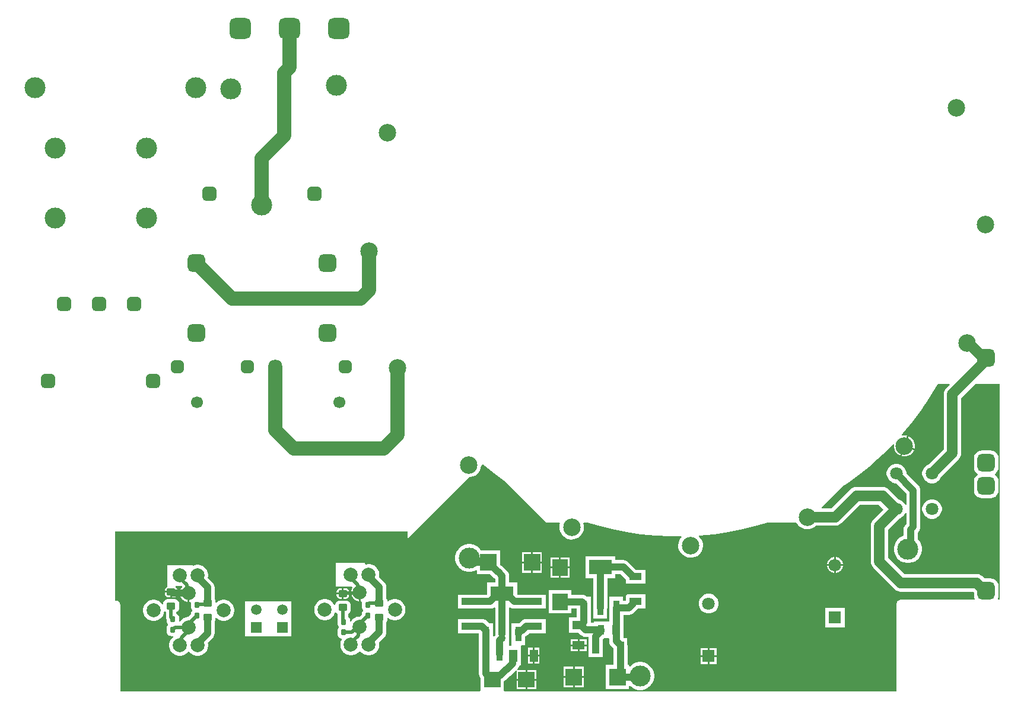
<source format=gtl>
G04*
G04 #@! TF.GenerationSoftware,Altium Limited,Altium Designer,22.4.2 (48)*
G04*
G04 Layer_Physical_Order=1*
G04 Layer_Color=255*
%FSLAX25Y25*%
%MOIN*%
G70*
G04*
G04 #@! TF.SameCoordinates,1553F913-36A2-4817-89BD-39564314B52C*
G04*
G04*
G04 #@! TF.FilePolarity,Positive*
G04*
G01*
G75*
G04:AMPARAMS|DCode=42|XSize=39.37mil|YSize=49.21mil|CornerRadius=9.84mil|HoleSize=0mil|Usage=FLASHONLY|Rotation=90.000|XOffset=0mil|YOffset=0mil|HoleType=Round|Shape=RoundedRectangle|*
%AMROUNDEDRECTD42*
21,1,0.03937,0.02953,0,0,90.0*
21,1,0.01968,0.04921,0,0,90.0*
1,1,0.01968,0.01476,0.00984*
1,1,0.01968,0.01476,-0.00984*
1,1,0.01968,-0.01476,-0.00984*
1,1,0.01968,-0.01476,0.00984*
%
%ADD42ROUNDEDRECTD42*%
G04:AMPARAMS|DCode=43|XSize=31.5mil|YSize=29.53mil|CornerRadius=7.38mil|HoleSize=0mil|Usage=FLASHONLY|Rotation=90.000|XOffset=0mil|YOffset=0mil|HoleType=Round|Shape=RoundedRectangle|*
%AMROUNDEDRECTD43*
21,1,0.03150,0.01476,0,0,90.0*
21,1,0.01673,0.02953,0,0,90.0*
1,1,0.01476,0.00738,0.00837*
1,1,0.01476,0.00738,-0.00837*
1,1,0.01476,-0.00738,-0.00837*
1,1,0.01476,-0.00738,0.00837*
%
%ADD43ROUNDEDRECTD43*%
%ADD44R,0.09252X0.09646*%
%ADD45R,0.03740X0.08465*%
%ADD46R,0.12795X0.08465*%
%ADD47R,0.03740X0.05512*%
%ADD48R,0.03937X0.06890*%
%ADD49R,0.07087X0.04528*%
%ADD50R,0.06890X0.03937*%
%ADD51R,0.04528X0.07087*%
%ADD52R,0.08858X0.09252*%
%ADD53R,0.09252X0.08858*%
%ADD54C,0.03937*%
%ADD55C,0.01968*%
%ADD56C,0.07874*%
%ADD57C,0.05906*%
G04:AMPARAMS|DCode=58|XSize=78.74mil|YSize=78.74mil|CornerRadius=19.68mil|HoleSize=0mil|Usage=FLASHONLY|Rotation=0.000|XOffset=0mil|YOffset=0mil|HoleType=Round|Shape=RoundedRectangle|*
%AMROUNDEDRECTD58*
21,1,0.07874,0.03937,0,0,0.0*
21,1,0.03937,0.07874,0,0,0.0*
1,1,0.03937,0.01968,-0.01968*
1,1,0.03937,-0.01968,-0.01968*
1,1,0.03937,-0.01968,0.01968*
1,1,0.03937,0.01968,0.01968*
%
%ADD58ROUNDEDRECTD58*%
G04:AMPARAMS|DCode=59|XSize=98.43mil|YSize=98.43mil|CornerRadius=24.61mil|HoleSize=0mil|Usage=FLASHONLY|Rotation=90.000|XOffset=0mil|YOffset=0mil|HoleType=Round|Shape=RoundedRectangle|*
%AMROUNDEDRECTD59*
21,1,0.09843,0.04921,0,0,90.0*
21,1,0.04921,0.09843,0,0,90.0*
1,1,0.04921,0.02461,0.02461*
1,1,0.04921,0.02461,-0.02461*
1,1,0.04921,-0.02461,-0.02461*
1,1,0.04921,-0.02461,0.02461*
%
%ADD59ROUNDEDRECTD59*%
%ADD60R,0.07087X0.07087*%
%ADD61C,0.07087*%
%ADD62C,0.09843*%
G04:AMPARAMS|DCode=63|XSize=70.87mil|YSize=70.87mil|CornerRadius=17.72mil|HoleSize=0mil|Usage=FLASHONLY|Rotation=0.000|XOffset=0mil|YOffset=0mil|HoleType=Round|Shape=RoundedRectangle|*
%AMROUNDEDRECTD63*
21,1,0.07087,0.03543,0,0,0.0*
21,1,0.03543,0.07087,0,0,0.0*
1,1,0.03543,0.01772,-0.01772*
1,1,0.03543,-0.01772,-0.01772*
1,1,0.03543,-0.01772,0.01772*
1,1,0.03543,0.01772,0.01772*
%
%ADD63ROUNDEDRECTD63*%
G04:AMPARAMS|DCode=64|XSize=98.43mil|YSize=98.43mil|CornerRadius=24.61mil|HoleSize=0mil|Usage=FLASHONLY|Rotation=0.000|XOffset=0mil|YOffset=0mil|HoleType=Round|Shape=RoundedRectangle|*
%AMROUNDEDRECTD64*
21,1,0.09843,0.04921,0,0,0.0*
21,1,0.04921,0.09843,0,0,0.0*
1,1,0.04921,0.02461,-0.02461*
1,1,0.04921,-0.02461,-0.02461*
1,1,0.04921,-0.02461,0.02461*
1,1,0.04921,0.02461,0.02461*
%
%ADD64ROUNDEDRECTD64*%
%ADD65C,0.07874*%
%ADD66C,0.11811*%
%ADD67R,0.05906X0.05906*%
%ADD68C,0.05906*%
G04:AMPARAMS|DCode=69|XSize=118.11mil|YSize=118.11mil|CornerRadius=29.53mil|HoleSize=0mil|Usage=FLASHONLY|Rotation=0.000|XOffset=0mil|YOffset=0mil|HoleType=Round|Shape=RoundedRectangle|*
%AMROUNDEDRECTD69*
21,1,0.11811,0.05906,0,0,0.0*
21,1,0.05906,0.11811,0,0,0.0*
1,1,0.05906,0.02953,-0.02953*
1,1,0.05906,-0.02953,-0.02953*
1,1,0.05906,-0.02953,0.02953*
1,1,0.05906,0.02953,0.02953*
%
%ADD69ROUNDEDRECTD69*%
%ADD70C,0.06693*%
%ADD71C,0.04724*%
G36*
X276026Y-165483D02*
X275194D01*
X274917Y-164983D01*
X275276Y-164117D01*
X275428Y-162961D01*
Y-158039D01*
X275276Y-156883D01*
X274830Y-155806D01*
X274119Y-154880D01*
X273194Y-154171D01*
X272117Y-153724D01*
X270961Y-153572D01*
X267592D01*
X266510Y-152490D01*
X265482Y-151701D01*
X264285Y-151205D01*
X263000Y-151036D01*
X222556D01*
X213464Y-141944D01*
Y-126056D01*
X219794Y-119726D01*
X220128Y-119636D01*
X221384Y-118911D01*
X222410Y-117884D01*
X223029Y-116813D01*
X223529Y-116947D01*
Y-122855D01*
X223199Y-123186D01*
X222568Y-124008D01*
X222171Y-124966D01*
X222036Y-125993D01*
Y-129498D01*
X220770Y-130022D01*
X219481Y-130884D01*
X218384Y-131981D01*
X217522Y-133270D01*
X216929Y-134703D01*
X216626Y-136224D01*
Y-137776D01*
X216929Y-139297D01*
X217522Y-140730D01*
X218384Y-142019D01*
X219481Y-143116D01*
X220770Y-143978D01*
X222203Y-144571D01*
X223725Y-144874D01*
X225275D01*
X226797Y-144571D01*
X228230Y-143978D01*
X229519Y-143116D01*
X230616Y-142019D01*
X231478Y-140730D01*
X232071Y-139297D01*
X232374Y-137776D01*
Y-136224D01*
X232071Y-134703D01*
X231478Y-133270D01*
X230616Y-131981D01*
X229978Y-131342D01*
Y-127638D01*
X230308Y-127308D01*
X230939Y-126486D01*
X231336Y-125528D01*
X231471Y-124500D01*
Y-104000D01*
X231336Y-102972D01*
X230939Y-102015D01*
X230308Y-101192D01*
X223512Y-94396D01*
Y-93774D01*
X223136Y-92373D01*
X222410Y-91116D01*
X221384Y-90089D01*
X220128Y-89364D01*
X218726Y-88988D01*
X217274D01*
X215873Y-89364D01*
X214616Y-90089D01*
X213589Y-91116D01*
X212864Y-92373D01*
X212488Y-93774D01*
Y-95226D01*
X212864Y-96627D01*
X213589Y-97884D01*
X214616Y-98910D01*
X215873Y-99636D01*
X217274Y-100012D01*
X217896D01*
X223529Y-105645D01*
Y-112053D01*
X223029Y-112187D01*
X222410Y-111116D01*
X221384Y-110090D01*
X220128Y-109364D01*
X219358Y-109158D01*
X213690Y-103490D01*
X212662Y-102701D01*
X211465Y-102205D01*
X210180Y-102036D01*
X195602D01*
X194318Y-102205D01*
X193121Y-102701D01*
X192093Y-103490D01*
X181579Y-114003D01*
X176150D01*
X175959Y-113541D01*
X187568Y-101932D01*
X191356Y-99401D01*
X191392Y-99365D01*
X191437Y-99344D01*
X197958Y-94508D01*
X197991Y-94471D01*
X198035Y-94447D01*
X204311Y-89297D01*
X204343Y-89258D01*
X204385Y-89233D01*
X210401Y-83781D01*
X210431Y-83740D01*
X210472Y-83713D01*
X216152Y-78033D01*
X216379Y-78086D01*
X216624Y-78253D01*
X216559Y-78676D01*
X216610Y-79841D01*
X216887Y-80974D01*
X217380Y-82031D01*
X218070Y-82972D01*
X218930Y-83760D01*
X219927Y-84365D01*
X220005Y-84393D01*
X222030Y-78829D01*
X224055Y-73265D01*
X223977Y-73236D01*
X222824Y-73059D01*
X221659Y-73110D01*
X221195Y-73224D01*
X220927Y-72774D01*
X221733Y-71885D01*
X221758Y-71842D01*
X221797Y-71811D01*
X226947Y-65535D01*
X226971Y-65491D01*
X227008Y-65457D01*
X231844Y-58937D01*
X231865Y-58891D01*
X231901Y-58856D01*
X234432Y-55068D01*
X234500Y-55000D01*
X234519Y-54938D01*
X236411Y-52106D01*
X236430Y-52060D01*
X236464Y-52023D01*
X240637Y-45059D01*
X240654Y-45012D01*
X240686Y-44973D01*
X241206Y-44000D01*
X247772D01*
X247963Y-44462D01*
X245990Y-46435D01*
X245201Y-47463D01*
X244705Y-48660D01*
X244536Y-49945D01*
Y-80944D01*
X236206Y-89275D01*
X235873Y-89364D01*
X234616Y-90089D01*
X233590Y-91116D01*
X232864Y-92373D01*
X232488Y-93774D01*
Y-95226D01*
X232864Y-96627D01*
X233590Y-97884D01*
X234616Y-98910D01*
X235873Y-99636D01*
X237274Y-100012D01*
X238726D01*
X240127Y-99636D01*
X241384Y-98910D01*
X242411Y-97884D01*
X243136Y-96627D01*
X243226Y-96294D01*
X253010Y-86510D01*
X253799Y-85482D01*
X254295Y-84285D01*
X254464Y-83000D01*
Y-52001D01*
X262465Y-44000D01*
X276026D01*
Y-165483D01*
D02*
G37*
G36*
X-13001Y-90372D02*
X-12328Y-90957D01*
X-11163Y-91880D01*
X-8035Y-94447D01*
X-7991Y-94471D01*
X-7958Y-94508D01*
X-1446Y-99337D01*
X21217Y-122000D01*
X28768D01*
X29055Y-122410D01*
X28829Y-123031D01*
X28622Y-124373D01*
X28681Y-125728D01*
X29004Y-127047D01*
X29578Y-128277D01*
X30380Y-129371D01*
X31381Y-130288D01*
X32541Y-130992D01*
X33816Y-131456D01*
X35158Y-131663D01*
X36514Y-131604D01*
X37832Y-131281D01*
X39062Y-130708D01*
X40156Y-129905D01*
X41073Y-128904D01*
X41777Y-127744D01*
X42241Y-126469D01*
X42448Y-125127D01*
X42389Y-123772D01*
X42077Y-122500D01*
X42103Y-122341D01*
X42320Y-122000D01*
X44259D01*
X50302Y-123833D01*
X50352Y-123838D01*
X50397Y-123860D01*
X58272Y-125832D01*
X58322Y-125835D01*
X58368Y-125854D01*
X66331Y-127437D01*
X66381D01*
X66428Y-127454D01*
X74458Y-128646D01*
X74508Y-128643D01*
X74556Y-128658D01*
X82635Y-129453D01*
X82685Y-129448D01*
X82734Y-129461D01*
X90842Y-129859D01*
X90892Y-129852D01*
X90941Y-129861D01*
X97054D01*
X97274Y-130361D01*
X96801Y-130878D01*
X96097Y-132038D01*
X95632Y-133313D01*
X95426Y-134655D01*
X95485Y-136011D01*
X95808Y-137329D01*
X96381Y-138559D01*
X97184Y-139653D01*
X98184Y-140570D01*
X99345Y-141274D01*
X100620Y-141738D01*
X101961Y-141945D01*
X103317Y-141886D01*
X104636Y-141563D01*
X105866Y-140990D01*
X106960Y-140187D01*
X107877Y-139186D01*
X108581Y-138026D01*
X109045Y-136751D01*
X109252Y-135409D01*
X109192Y-134054D01*
X108870Y-132735D01*
X108296Y-131505D01*
X107494Y-130411D01*
X106976Y-129937D01*
X107146Y-129466D01*
X107266Y-129461D01*
X107315Y-129448D01*
X107365Y-129453D01*
X115444Y-128658D01*
X115492Y-128643D01*
X115542Y-128646D01*
X123572Y-127454D01*
X123619Y-127437D01*
X123669D01*
X131632Y-125854D01*
X131678Y-125835D01*
X131728Y-125832D01*
X139603Y-123860D01*
X139648Y-123838D01*
X139698Y-123833D01*
X145741Y-122000D01*
X161804D01*
X162035Y-122494D01*
X162837Y-123588D01*
X163838Y-124505D01*
X164998Y-125209D01*
X166273Y-125673D01*
X167615Y-125880D01*
X168971Y-125820D01*
X170289Y-125498D01*
X171519Y-124924D01*
X172613Y-124122D01*
X172789Y-123931D01*
X183635D01*
X184920Y-123761D01*
X186117Y-123266D01*
X187145Y-122477D01*
X197658Y-111964D01*
X208124D01*
X210820Y-114660D01*
X204990Y-120490D01*
X204201Y-121518D01*
X203705Y-122715D01*
X203536Y-124000D01*
Y-144000D01*
X203705Y-145285D01*
X204201Y-146482D01*
X204990Y-147510D01*
X216990Y-159510D01*
X218018Y-160299D01*
X219215Y-160795D01*
X220500Y-160964D01*
X260944D01*
X261572Y-161592D01*
Y-162961D01*
X261724Y-164117D01*
X262083Y-164983D01*
X261806Y-165483D01*
X220500D01*
X219537Y-165675D01*
X218720Y-166220D01*
X218175Y-167037D01*
X217983Y-168000D01*
Y-216971D01*
X-2082D01*
X-2551Y-216898D01*
X-2551Y-216471D01*
Y-211476D01*
X-1732Y-210847D01*
X725Y-208391D01*
X913Y-208313D01*
X1735Y-207682D01*
X4020Y-205397D01*
X4520Y-205604D01*
Y-210000D01*
X9646D01*
Y-205071D01*
X5053D01*
X4846Y-204571D01*
X5304Y-204113D01*
X5935Y-203291D01*
X6258Y-202512D01*
X7024D01*
Y-191618D01*
X7024Y-191488D01*
X7337Y-191118D01*
X9394D01*
Y-186263D01*
X9804Y-186092D01*
X10627Y-185461D01*
X11727Y-184361D01*
X15500D01*
X15758Y-184327D01*
X20913D01*
Y-176453D01*
X15758D01*
X15500Y-176419D01*
X10083D01*
X9055Y-176554D01*
X8097Y-176951D01*
X7275Y-177582D01*
X6174Y-178683D01*
X5654D01*
X5395Y-178717D01*
X1716D01*
Y-181746D01*
X1584Y-182752D01*
Y-184917D01*
X1716Y-185923D01*
Y-190988D01*
X1716Y-191118D01*
X1403Y-191488D01*
X652D01*
X339Y-191118D01*
Y-187439D01*
X372Y-187181D01*
X339Y-186923D01*
Y-185923D01*
X471Y-184917D01*
Y-170049D01*
X919Y-169828D01*
X1207Y-170049D01*
X2165Y-170446D01*
X3193Y-170581D01*
X15500D01*
X15758Y-170547D01*
X20913D01*
Y-162673D01*
X15758D01*
X15500Y-162639D01*
X4866D01*
Y-155882D01*
X471D01*
Y-152205D01*
X336Y-151177D01*
X-61Y-150219D01*
X-692Y-149397D01*
X-2998Y-147091D01*
X-3821Y-146459D01*
X-3830Y-146456D01*
X-4610Y-145676D01*
Y-137709D01*
X-15397D01*
X-15884Y-136981D01*
X-16981Y-135884D01*
X-18270Y-135022D01*
X-19703Y-134429D01*
X-21225Y-134126D01*
X-22775D01*
X-24297Y-134429D01*
X-25730Y-135022D01*
X-27019Y-135884D01*
X-28116Y-136981D01*
X-28978Y-138270D01*
X-29571Y-139703D01*
X-29874Y-141225D01*
Y-142775D01*
X-29571Y-144297D01*
X-28978Y-145730D01*
X-28116Y-147019D01*
X-27019Y-148116D01*
X-25730Y-148978D01*
X-24297Y-149571D01*
X-22775Y-149874D01*
X-21225D01*
X-19703Y-149571D01*
X-18270Y-148978D01*
X-18240Y-148958D01*
X-17799Y-149194D01*
Y-151291D01*
X-10226D01*
X-8811Y-152706D01*
X-7989Y-153337D01*
X-7979Y-153341D01*
X-7471Y-153849D01*
Y-155882D01*
X-11866D01*
Y-162639D01*
X-23000D01*
X-23258Y-162673D01*
X-28413D01*
Y-170547D01*
X-23258D01*
X-23000Y-170581D01*
X-10193D01*
X-9165Y-170446D01*
X-8207Y-170049D01*
X-7919Y-169828D01*
X-7471Y-170049D01*
Y-184917D01*
X-7410Y-185377D01*
X-7773Y-185739D01*
X-8084Y-186145D01*
X-8584Y-185976D01*
Y-182752D01*
X-8716Y-181746D01*
Y-178717D01*
X-10975D01*
X-12109Y-177582D01*
X-12932Y-176951D01*
X-13890Y-176554D01*
X-14917Y-176419D01*
X-23000D01*
X-23258Y-176453D01*
X-28413D01*
Y-184327D01*
X-23258D01*
X-23000Y-184361D01*
X-16562D01*
X-16526Y-184397D01*
Y-192276D01*
X-16776D01*
Y-201724D01*
X-16526D01*
Y-207287D01*
X-16391Y-208315D01*
X-15994Y-209273D01*
X-15740Y-209604D01*
X-15740Y-216898D01*
X-16210Y-216971D01*
X-217983D01*
Y-168500D01*
X-218175Y-167537D01*
X-218720Y-166720D01*
X-219537Y-166175D01*
X-220500Y-165983D01*
X-221000D01*
Y-127000D01*
X-56500D01*
Y-131208D01*
X-21857Y-96565D01*
X-21270Y-96540D01*
X-19952Y-96217D01*
X-18722Y-95643D01*
X-17627Y-94841D01*
X-16711Y-93840D01*
X-16007Y-92680D01*
X-15542Y-91405D01*
X-15336Y-90063D01*
X-15337Y-90045D01*
X-14761Y-89469D01*
X-14311Y-89297D01*
X-13001Y-90372D01*
D02*
G37*
%LPC*%
G36*
X224995Y-73607D02*
X223141Y-78701D01*
X228235Y-80555D01*
X228264Y-80477D01*
X228441Y-79324D01*
X228390Y-78159D01*
X228113Y-77026D01*
X227620Y-75969D01*
X226930Y-75028D01*
X226070Y-74240D01*
X225073Y-73635D01*
X224995Y-73607D01*
D02*
G37*
G36*
X222799Y-79641D02*
X220945Y-84735D01*
X221023Y-84764D01*
X222176Y-84941D01*
X223341Y-84890D01*
X224474Y-84613D01*
X225531Y-84120D01*
X226472Y-83430D01*
X227260Y-82570D01*
X227865Y-81573D01*
X227893Y-81495D01*
X222799Y-79641D01*
D02*
G37*
G36*
X270961Y-81572D02*
X266039D01*
X264883Y-81724D01*
X263806Y-82170D01*
X262880Y-82881D01*
X262171Y-83806D01*
X261724Y-84883D01*
X261572Y-86039D01*
Y-90961D01*
X261724Y-92117D01*
X262171Y-93194D01*
X262880Y-94120D01*
X263598Y-94670D01*
X263620Y-94717D01*
Y-95227D01*
X263598Y-95275D01*
X262880Y-95825D01*
X262171Y-96751D01*
X261724Y-97828D01*
X261572Y-98984D01*
Y-103905D01*
X261724Y-105062D01*
X262171Y-106139D01*
X262880Y-107064D01*
X263806Y-107774D01*
X264883Y-108221D01*
X266039Y-108373D01*
X270961D01*
X272117Y-108221D01*
X273194Y-107774D01*
X274119Y-107064D01*
X274830Y-106139D01*
X275276Y-105062D01*
X275428Y-103905D01*
Y-98984D01*
X275276Y-97828D01*
X274830Y-96751D01*
X274119Y-95825D01*
X273402Y-95275D01*
X273380Y-95227D01*
Y-94717D01*
X273402Y-94670D01*
X274119Y-94120D01*
X274830Y-93194D01*
X275276Y-92117D01*
X275428Y-90961D01*
Y-86039D01*
X275276Y-84883D01*
X274830Y-83806D01*
X274119Y-82881D01*
X273194Y-82170D01*
X272117Y-81724D01*
X270961Y-81572D01*
D02*
G37*
G36*
X238726Y-108988D02*
X237274D01*
X235873Y-109364D01*
X234616Y-110090D01*
X233590Y-111116D01*
X232864Y-112373D01*
X232488Y-113774D01*
Y-115226D01*
X232864Y-116628D01*
X233590Y-117884D01*
X234616Y-118911D01*
X235873Y-119636D01*
X237274Y-120012D01*
X238726D01*
X240127Y-119636D01*
X241384Y-118911D01*
X242411Y-117884D01*
X243136Y-116628D01*
X243512Y-115226D01*
Y-113774D01*
X243136Y-112373D01*
X242411Y-111116D01*
X241384Y-110090D01*
X240127Y-109364D01*
X238726Y-108988D01*
D02*
G37*
G36*
X18831Y-138677D02*
X13705D01*
Y-144000D01*
X18831D01*
Y-138677D01*
D02*
G37*
G36*
X12705D02*
X7579D01*
Y-144000D01*
X12705D01*
Y-138677D01*
D02*
G37*
G36*
X184098Y-141429D02*
X184000D01*
Y-145472D01*
X188043D01*
Y-145374D01*
X187734Y-144219D01*
X187136Y-143183D01*
X186290Y-142337D01*
X185254Y-141739D01*
X184098Y-141429D01*
D02*
G37*
G36*
X183000D02*
X182902D01*
X181746Y-141739D01*
X180710Y-142337D01*
X179865Y-143183D01*
X179266Y-144219D01*
X178957Y-145374D01*
Y-145472D01*
X183000D01*
Y-141429D01*
D02*
G37*
G36*
X-174103Y-145909D02*
X-175267D01*
X-176408Y-146136D01*
X-177000Y-146382D01*
X-177500Y-146048D01*
Y-146000D01*
X-191500D01*
Y-157713D01*
X-191500Y-157878D01*
X-191751Y-158273D01*
X-192407Y-158711D01*
X-192845Y-159368D01*
X-192999Y-160142D01*
Y-160626D01*
X-189500D01*
X-186001D01*
Y-160142D01*
X-186154Y-159368D01*
X-186593Y-158711D01*
X-187092Y-158378D01*
X-186940Y-157878D01*
X-183383D01*
X-183192Y-158340D01*
X-183636Y-158784D01*
X-184286Y-159909D01*
X-184622Y-161165D01*
Y-161315D01*
X-179685D01*
Y-161815D01*
X-179185D01*
Y-166752D01*
X-179035D01*
X-178713Y-166666D01*
X-178387Y-167096D01*
X-178468Y-167711D01*
Y-169384D01*
X-178375Y-170090D01*
X-178103Y-170749D01*
X-177669Y-171314D01*
Y-171686D01*
X-178103Y-172251D01*
X-178375Y-172910D01*
X-178468Y-173616D01*
Y-173808D01*
X-179940Y-175279D01*
X-180267D01*
X-181408Y-175506D01*
X-182482Y-175952D01*
X-183450Y-176598D01*
X-184272Y-177420D01*
X-184596Y-177905D01*
X-185061Y-177730D01*
X-185074Y-177707D01*
X-185032Y-177384D01*
Y-175711D01*
X-185125Y-175004D01*
X-185398Y-174346D01*
X-185831Y-173780D01*
X-186397Y-173346D01*
X-186522Y-173295D01*
Y-172554D01*
X-185918Y-172090D01*
X-185444Y-171473D01*
X-185147Y-170755D01*
X-185045Y-169984D01*
Y-168016D01*
X-185147Y-167245D01*
X-185444Y-166527D01*
X-185918Y-165910D01*
X-186535Y-165436D01*
X-187253Y-165139D01*
X-188024Y-165038D01*
X-190976D01*
X-191747Y-165139D01*
X-192465Y-165436D01*
X-193082Y-165910D01*
X-193556Y-166527D01*
X-193853Y-167245D01*
X-193955Y-168016D01*
Y-168075D01*
X-194455Y-168227D01*
X-194783Y-167736D01*
X-195606Y-166913D01*
X-196573Y-166267D01*
X-197648Y-165821D01*
X-198788Y-165594D01*
X-199952D01*
X-201093Y-165821D01*
X-202167Y-166267D01*
X-203135Y-166913D01*
X-203957Y-167736D01*
X-204604Y-168703D01*
X-205049Y-169777D01*
X-205276Y-170918D01*
Y-172082D01*
X-205049Y-173223D01*
X-204604Y-174297D01*
X-203957Y-175265D01*
X-203135Y-176087D01*
X-202167Y-176733D01*
X-201093Y-177179D01*
X-199952Y-177406D01*
X-198788D01*
X-197648Y-177179D01*
X-196573Y-176733D01*
X-195606Y-176087D01*
X-194783Y-175265D01*
X-194137Y-174297D01*
X-193692Y-173223D01*
X-193517Y-172345D01*
X-193359Y-172252D01*
X-192976Y-172172D01*
X-192478Y-172554D01*
Y-175449D01*
X-192377Y-176220D01*
X-192079Y-176938D01*
X-191968Y-177083D01*
Y-177384D01*
X-191875Y-178090D01*
X-191603Y-178749D01*
X-191169Y-179314D01*
Y-179686D01*
X-191603Y-180251D01*
X-191875Y-180910D01*
X-191968Y-181616D01*
Y-183289D01*
X-191875Y-183996D01*
X-191603Y-184654D01*
X-191169Y-185220D01*
X-190603Y-185654D01*
X-189945Y-185926D01*
X-189238Y-186019D01*
X-188484D01*
X-188332Y-186519D01*
X-188450Y-186598D01*
X-189272Y-187420D01*
X-189918Y-188388D01*
X-190364Y-189462D01*
X-190591Y-190603D01*
Y-191767D01*
X-190364Y-192908D01*
X-189918Y-193982D01*
X-189272Y-194950D01*
X-188450Y-195772D01*
X-187482Y-196418D01*
X-186408Y-196864D01*
X-185267Y-197091D01*
X-184103D01*
X-182963Y-196864D01*
X-181888Y-196418D01*
X-180921Y-195772D01*
X-180098Y-194950D01*
X-179935Y-194706D01*
X-179435D01*
X-179272Y-194950D01*
X-178450Y-195772D01*
X-177482Y-196418D01*
X-176408Y-196864D01*
X-175267Y-197091D01*
X-174103D01*
X-172962Y-196864D01*
X-171888Y-196418D01*
X-170921Y-195772D01*
X-170098Y-194950D01*
X-169452Y-193982D01*
X-169007Y-192908D01*
X-168780Y-191767D01*
Y-190603D01*
X-168908Y-189958D01*
X-166192Y-187243D01*
X-165561Y-186420D01*
X-165164Y-185462D01*
X-165029Y-184435D01*
Y-178021D01*
X-164944Y-177910D01*
X-164647Y-177192D01*
X-164545Y-176421D01*
Y-175960D01*
X-164083Y-175768D01*
X-163765Y-176087D01*
X-162797Y-176733D01*
X-161723Y-177179D01*
X-160582Y-177406D01*
X-159418D01*
X-158277Y-177179D01*
X-157203Y-176733D01*
X-156236Y-176087D01*
X-155413Y-175265D01*
X-154767Y-174297D01*
X-154321Y-173223D01*
X-154095Y-172082D01*
Y-170918D01*
X-154321Y-169777D01*
X-154767Y-168703D01*
X-155413Y-167736D01*
X-156236Y-166913D01*
X-157203Y-166267D01*
X-158277Y-165821D01*
X-159418Y-165594D01*
X-160582D01*
X-161723Y-165821D01*
X-162797Y-166267D01*
X-163765Y-166913D01*
X-164083Y-167232D01*
X-164545Y-167041D01*
Y-166579D01*
X-164647Y-165808D01*
X-164944Y-165090D01*
X-165029Y-164979D01*
Y-158565D01*
X-165164Y-157538D01*
X-165561Y-156580D01*
X-166192Y-155757D01*
X-168908Y-153042D01*
X-168780Y-152397D01*
Y-151233D01*
X-169007Y-150092D01*
X-169452Y-149018D01*
X-170098Y-148050D01*
X-170921Y-147228D01*
X-171888Y-146582D01*
X-172962Y-146136D01*
X-174103Y-145909D01*
D02*
G37*
G36*
X34429Y-141728D02*
X29500D01*
Y-146854D01*
X34429D01*
Y-141728D01*
D02*
G37*
G36*
X28500D02*
X23571D01*
Y-146854D01*
X28500D01*
Y-141728D01*
D02*
G37*
G36*
X18831Y-145000D02*
X13705D01*
Y-150323D01*
X18831D01*
Y-145000D01*
D02*
G37*
G36*
X12705D02*
X7579D01*
Y-150323D01*
X12705D01*
Y-145000D01*
D02*
G37*
G36*
X188043Y-146472D02*
X184000D01*
Y-150516D01*
X184098D01*
X185254Y-150206D01*
X186290Y-149608D01*
X187136Y-148762D01*
X187734Y-147726D01*
X188043Y-146571D01*
Y-146472D01*
D02*
G37*
G36*
X183000D02*
X178957D01*
Y-146571D01*
X179266Y-147726D01*
X179865Y-148762D01*
X180710Y-149608D01*
X181746Y-150206D01*
X182902Y-150516D01*
X183000D01*
Y-146472D01*
D02*
G37*
G36*
X34429Y-147854D02*
X29500D01*
Y-152980D01*
X34429D01*
Y-147854D01*
D02*
G37*
G36*
X28500D02*
X23571D01*
Y-152980D01*
X28500D01*
Y-147854D01*
D02*
G37*
G36*
X59921Y-140965D02*
X43189D01*
Y-153366D01*
X47584D01*
Y-170000D01*
X47717Y-171006D01*
Y-176201D01*
X55394D01*
Y-171006D01*
X55526Y-170000D01*
Y-153366D01*
X59921D01*
Y-151136D01*
X62934D01*
X66087Y-154289D01*
Y-156547D01*
X69766D01*
X70024Y-156581D01*
X71500D01*
X71758Y-156547D01*
X76913D01*
Y-148673D01*
X71758D01*
X71694Y-148665D01*
X67387Y-144358D01*
X66564Y-143726D01*
X65606Y-143330D01*
X64579Y-143194D01*
X59921D01*
Y-140965D01*
D02*
G37*
G36*
X-91524Y-159056D02*
X-92500D01*
Y-161563D01*
X-89500D01*
Y-161079D01*
X-89654Y-160304D01*
X-90093Y-159648D01*
X-90749Y-159210D01*
X-91524Y-159056D01*
D02*
G37*
G36*
X-93500D02*
X-94476D01*
X-95251Y-159210D01*
X-95907Y-159648D01*
X-96346Y-160304D01*
X-96500Y-161079D01*
Y-161563D01*
X-93500D01*
Y-159056D01*
D02*
G37*
G36*
X-186001Y-161626D02*
X-189000D01*
Y-164133D01*
X-188024D01*
X-187249Y-163979D01*
X-186593Y-163541D01*
X-186154Y-162884D01*
X-186001Y-162110D01*
Y-161626D01*
D02*
G37*
G36*
X-190000D02*
X-192999D01*
Y-162110D01*
X-192845Y-162884D01*
X-192407Y-163541D01*
X-191751Y-163979D01*
X-190976Y-164133D01*
X-190000D01*
Y-161626D01*
D02*
G37*
G36*
X-89500Y-162563D02*
X-92500D01*
Y-165070D01*
X-91524D01*
X-90749Y-164916D01*
X-90093Y-164478D01*
X-89654Y-163821D01*
X-89500Y-163047D01*
Y-162563D01*
D02*
G37*
G36*
X-93500D02*
X-96500D01*
Y-163047D01*
X-96346Y-163821D01*
X-95907Y-164478D01*
X-95251Y-164916D01*
X-94476Y-165070D01*
X-93500D01*
Y-162563D01*
D02*
G37*
G36*
X-84000Y-162000D02*
X-88437D01*
Y-162150D01*
X-88101Y-163406D01*
X-87451Y-164531D01*
X-86531Y-165451D01*
X-85406Y-166101D01*
X-84150Y-166437D01*
X-84000D01*
Y-162000D01*
D02*
G37*
G36*
X-180185Y-162315D02*
X-184622D01*
Y-162465D01*
X-184286Y-163721D01*
X-183636Y-164846D01*
X-182716Y-165766D01*
X-181591Y-166416D01*
X-180335Y-166752D01*
X-180185D01*
Y-162315D01*
D02*
G37*
G36*
X113226Y-162224D02*
X111774D01*
X110372Y-162600D01*
X109116Y-163326D01*
X108089Y-164352D01*
X107364Y-165609D01*
X106988Y-167011D01*
Y-168462D01*
X107364Y-169864D01*
X108089Y-171121D01*
X109116Y-172147D01*
X110372Y-172872D01*
X111774Y-173248D01*
X113226D01*
X114628Y-172872D01*
X115884Y-172147D01*
X116911Y-171121D01*
X117636Y-169864D01*
X118012Y-168462D01*
Y-167011D01*
X117636Y-165609D01*
X116911Y-164352D01*
X115884Y-163326D01*
X114628Y-162600D01*
X113226Y-162224D01*
D02*
G37*
G36*
X-80500Y-144750D02*
X-97000D01*
Y-158250D01*
X-87902D01*
X-87613Y-158750D01*
X-88101Y-159594D01*
X-88437Y-160850D01*
Y-161000D01*
X-83500D01*
Y-161500D01*
X-83000D01*
Y-166437D01*
X-82850D01*
X-82683Y-166392D01*
X-82315Y-166811D01*
X-82375Y-166957D01*
X-82468Y-167663D01*
Y-169337D01*
X-82375Y-170043D01*
X-82103Y-170702D01*
X-81669Y-171267D01*
Y-171639D01*
X-82103Y-172204D01*
X-82375Y-172862D01*
X-82468Y-173569D01*
Y-173760D01*
X-83672Y-174965D01*
X-84082D01*
X-85223Y-175191D01*
X-86297Y-175637D01*
X-87265Y-176283D01*
X-88087Y-177105D01*
X-88532Y-177771D01*
X-89032Y-177619D01*
Y-177211D01*
X-89125Y-176504D01*
X-89398Y-175846D01*
X-89831Y-175280D01*
X-90022Y-175134D01*
Y-173491D01*
X-89418Y-173027D01*
X-88944Y-172410D01*
X-88647Y-171692D01*
X-88545Y-170921D01*
Y-168953D01*
X-88647Y-168182D01*
X-88944Y-167464D01*
X-89418Y-166847D01*
X-90035Y-166374D01*
X-90753Y-166076D01*
X-91524Y-165974D01*
X-94476D01*
X-95247Y-166076D01*
X-95965Y-166374D01*
X-96582Y-166847D01*
X-97056Y-167464D01*
X-97353Y-168182D01*
X-97387Y-168443D01*
X-97901Y-168511D01*
X-97952Y-168388D01*
X-98598Y-167420D01*
X-99420Y-166598D01*
X-100388Y-165952D01*
X-101462Y-165506D01*
X-102603Y-165279D01*
X-103767D01*
X-104908Y-165506D01*
X-105982Y-165952D01*
X-106950Y-166598D01*
X-107772Y-167420D01*
X-108418Y-168388D01*
X-108864Y-169463D01*
X-109091Y-170603D01*
Y-171767D01*
X-108864Y-172908D01*
X-108418Y-173982D01*
X-107772Y-174950D01*
X-106950Y-175772D01*
X-105982Y-176418D01*
X-104908Y-176864D01*
X-103767Y-177091D01*
X-102603D01*
X-101462Y-176864D01*
X-100388Y-176418D01*
X-99420Y-175772D01*
X-98598Y-174950D01*
X-97952Y-173982D01*
X-97506Y-172908D01*
X-97461Y-172681D01*
X-96930Y-172574D01*
X-96582Y-173027D01*
X-95978Y-173491D01*
Y-177449D01*
X-95968Y-177525D01*
Y-178884D01*
X-95875Y-179590D01*
X-95603Y-180249D01*
X-95169Y-180814D01*
Y-181186D01*
X-95603Y-181751D01*
X-95875Y-182410D01*
X-95968Y-183116D01*
Y-184789D01*
X-95875Y-185496D01*
X-95603Y-186154D01*
X-95169Y-186720D01*
X-94603Y-187154D01*
X-93945Y-187426D01*
X-93823Y-187443D01*
X-93616Y-187898D01*
X-93733Y-188073D01*
X-94179Y-189147D01*
X-94406Y-190288D01*
Y-191452D01*
X-94179Y-192593D01*
X-93733Y-193667D01*
X-93087Y-194635D01*
X-92264Y-195457D01*
X-91297Y-196104D01*
X-90223Y-196549D01*
X-89082Y-196776D01*
X-87918D01*
X-86777Y-196549D01*
X-85703Y-196104D01*
X-84736Y-195457D01*
X-83913Y-194635D01*
X-83750Y-194391D01*
X-83250D01*
X-83087Y-194635D01*
X-82265Y-195457D01*
X-81297Y-196104D01*
X-80223Y-196549D01*
X-79082Y-196776D01*
X-77918D01*
X-76777Y-196549D01*
X-75703Y-196104D01*
X-74735Y-195457D01*
X-73913Y-194635D01*
X-73267Y-193667D01*
X-72821Y-192593D01*
X-72594Y-191452D01*
Y-190288D01*
X-72723Y-189643D01*
X-69692Y-186613D01*
X-69061Y-185790D01*
X-68664Y-184833D01*
X-68529Y-183805D01*
Y-178021D01*
X-68444Y-177910D01*
X-68147Y-177192D01*
X-68045Y-176421D01*
Y-175960D01*
X-67768Y-175845D01*
X-67545Y-175795D01*
X-66612Y-176418D01*
X-65538Y-176864D01*
X-64397Y-177091D01*
X-63233D01*
X-62092Y-176864D01*
X-61018Y-176418D01*
X-60050Y-175772D01*
X-59228Y-174950D01*
X-58582Y-173982D01*
X-58136Y-172908D01*
X-57910Y-171767D01*
Y-170603D01*
X-58136Y-169463D01*
X-58582Y-168388D01*
X-59228Y-167420D01*
X-60050Y-166598D01*
X-61018Y-165952D01*
X-62092Y-165506D01*
X-63233Y-165279D01*
X-64397D01*
X-65538Y-165506D01*
X-66612Y-165952D01*
X-67547Y-166576D01*
X-67629Y-166576D01*
X-68071Y-166383D01*
X-68147Y-165808D01*
X-68444Y-165090D01*
X-68529Y-164979D01*
Y-158565D01*
X-68664Y-157538D01*
X-69061Y-156580D01*
X-69692Y-155757D01*
X-72723Y-152727D01*
X-72594Y-152082D01*
Y-150918D01*
X-72821Y-149777D01*
X-73267Y-148703D01*
X-73913Y-147736D01*
X-74735Y-146913D01*
X-75703Y-146267D01*
X-76777Y-145821D01*
X-77918Y-145595D01*
X-79082D01*
X-80000Y-145777D01*
X-80500Y-145451D01*
Y-144750D01*
D02*
G37*
G36*
X189012Y-169988D02*
X177988D01*
Y-181012D01*
X189012D01*
Y-169988D01*
D02*
G37*
G36*
X-122000Y-166500D02*
X-148000D01*
Y-186000D01*
X-122000D01*
Y-166500D01*
D02*
G37*
G36*
X44043Y-187945D02*
X40000D01*
Y-190709D01*
X44043D01*
Y-187945D01*
D02*
G37*
G36*
X39000D02*
X34957D01*
Y-190709D01*
X39000D01*
Y-187945D01*
D02*
G37*
G36*
X44043Y-191709D02*
X40000D01*
Y-194472D01*
X44043D01*
Y-191709D01*
D02*
G37*
G36*
X39000D02*
X34957D01*
Y-194472D01*
X39000D01*
Y-191709D01*
D02*
G37*
G36*
X17472Y-192457D02*
X14709D01*
Y-196500D01*
X17472D01*
Y-192457D01*
D02*
G37*
G36*
X13709D02*
X10945D01*
Y-196500D01*
X13709D01*
Y-192457D01*
D02*
G37*
G36*
X117043Y-192720D02*
X113000D01*
Y-196764D01*
X117043D01*
Y-192720D01*
D02*
G37*
G36*
X112000D02*
X107957D01*
Y-196764D01*
X112000D01*
Y-192720D01*
D02*
G37*
G36*
X17472Y-197500D02*
X14709D01*
Y-201543D01*
X17472D01*
Y-197500D01*
D02*
G37*
G36*
X13709D02*
X10945D01*
Y-201543D01*
X13709D01*
Y-197500D01*
D02*
G37*
G36*
X117043Y-197764D02*
X113000D01*
Y-201807D01*
X117043D01*
Y-197764D01*
D02*
G37*
G36*
X112000D02*
X107957D01*
Y-201807D01*
X112000D01*
Y-197764D01*
D02*
G37*
G36*
X42421Y-203177D02*
X37295D01*
Y-208500D01*
X42421D01*
Y-203177D01*
D02*
G37*
G36*
X36295D02*
X31169D01*
Y-208500D01*
X36295D01*
Y-203177D01*
D02*
G37*
G36*
X15772Y-205071D02*
X10646D01*
Y-210000D01*
X15772D01*
Y-205071D01*
D02*
G37*
G36*
X42421Y-209500D02*
X37295D01*
Y-214823D01*
X42421D01*
Y-209500D01*
D02*
G37*
G36*
X36295D02*
X31169D01*
Y-214823D01*
X36295D01*
Y-209500D01*
D02*
G37*
G36*
X15772Y-211000D02*
X10646D01*
Y-215929D01*
X15772D01*
Y-211000D01*
D02*
G37*
G36*
X9646D02*
X4520D01*
Y-215929D01*
X9646D01*
Y-211000D01*
D02*
G37*
G36*
X35398Y-160051D02*
X22602D01*
Y-173240D01*
X35398D01*
Y-170617D01*
X38431D01*
Y-175559D01*
X33988D01*
Y-184024D01*
X39396D01*
X40680Y-185308D01*
X41503Y-185939D01*
X42460Y-186336D01*
X43488Y-186471D01*
X45139D01*
Y-192500D01*
X45173Y-192758D01*
Y-197913D01*
X53047D01*
Y-192758D01*
X53081Y-192500D01*
Y-187724D01*
X53580Y-187224D01*
X55535D01*
X55839Y-187224D01*
X56286Y-187224D01*
X56639Y-187578D01*
Y-188744D01*
X56775Y-189772D01*
X57171Y-190730D01*
X57802Y-191552D01*
X58919Y-192668D01*
Y-202209D01*
X54610D01*
Y-215791D01*
X67799D01*
Y-214142D01*
X68299Y-213935D01*
X68981Y-214616D01*
X70270Y-215478D01*
X71703Y-216071D01*
X73225Y-216374D01*
X74775D01*
X76297Y-216071D01*
X77730Y-215478D01*
X79019Y-214616D01*
X80116Y-213519D01*
X80978Y-212230D01*
X81571Y-210797D01*
X81874Y-209276D01*
Y-207724D01*
X81571Y-206203D01*
X80978Y-204770D01*
X80116Y-203481D01*
X79019Y-202384D01*
X77730Y-201522D01*
X76297Y-200929D01*
X74775Y-200626D01*
X73225D01*
X71703Y-200929D01*
X70270Y-201522D01*
X68981Y-202384D01*
X68299Y-203065D01*
X67799Y-202858D01*
Y-202209D01*
X66861D01*
Y-192500D01*
Y-191024D01*
X66827Y-190766D01*
Y-187087D01*
X64581D01*
Y-173971D01*
X67717D01*
X68745Y-173836D01*
X69703Y-173439D01*
X70525Y-172808D01*
X72831Y-170502D01*
X72966Y-170327D01*
X76913D01*
Y-162453D01*
X71758D01*
X71500Y-162419D01*
X70024D01*
X69766Y-162453D01*
X66087D01*
Y-166015D01*
X66073Y-166029D01*
X64449D01*
Y-163799D01*
X56772D01*
Y-168994D01*
X56639Y-170000D01*
Y-177422D01*
X56286Y-177776D01*
X56035D01*
X55535Y-177776D01*
X48161D01*
Y-178529D01*
X46688D01*
X46373Y-178169D01*
Y-170748D01*
X46471Y-170000D01*
Y-167835D01*
X46339Y-166829D01*
Y-163799D01*
X44069D01*
X43297Y-163207D01*
X42339Y-162810D01*
X41311Y-162675D01*
X35398D01*
Y-160051D01*
D02*
G37*
%LPD*%
D42*
X-72500Y-167563D02*
D03*
Y-175437D02*
D03*
X-93000Y-169937D02*
D03*
Y-162063D02*
D03*
X-169000Y-167563D02*
D03*
Y-175437D02*
D03*
X-189500Y-169000D02*
D03*
Y-161126D02*
D03*
D43*
X-79000Y-168500D02*
D03*
Y-174406D02*
D03*
X-92500Y-183953D02*
D03*
Y-178047D02*
D03*
X-188500Y-182453D02*
D03*
Y-176547D02*
D03*
X-175000Y-168547D02*
D03*
Y-174453D02*
D03*
D44*
X-11205Y-144500D02*
D03*
X13205D02*
D03*
X36795Y-209000D02*
D03*
X61205D02*
D03*
D45*
X42500Y-170000D02*
D03*
X51555D02*
D03*
X60610D02*
D03*
X-12555Y-184917D02*
D03*
X-3500D02*
D03*
X5555D02*
D03*
D46*
X51555Y-147165D02*
D03*
X-3500Y-162083D02*
D03*
D47*
X52000Y-182500D02*
D03*
X59874D02*
D03*
X-5063Y-197000D02*
D03*
X-12937D02*
D03*
D48*
X62890Y-192500D02*
D03*
X49110D02*
D03*
D49*
X39500Y-191209D02*
D03*
Y-179791D02*
D03*
D50*
X71500Y-152610D02*
D03*
Y-166390D02*
D03*
X-23000Y-180390D02*
D03*
Y-166610D02*
D03*
X15500Y-166610D02*
D03*
Y-180390D02*
D03*
D51*
X2791Y-197000D02*
D03*
X14209D02*
D03*
D52*
X29000Y-147354D02*
D03*
Y-166646D02*
D03*
D53*
X-9146Y-210500D02*
D03*
X10146D02*
D03*
D54*
X-188663Y-161470D02*
X-188319Y-161815D01*
X-189008Y-161126D02*
X-188663Y-161470D01*
X-188319Y-161815D02*
X-179685D01*
X-189500Y-161126D02*
X-189008D01*
X10083Y-180390D02*
X15500D01*
X5555Y-184917D02*
Y-182752D01*
X5654Y-182653D01*
X7819D01*
X10083Y-180390D01*
X-78500Y-190870D02*
Y-189805D01*
X-72500Y-183805D02*
Y-175437D01*
X-78500Y-189805D02*
X-72500Y-183805D01*
X-78500Y-152565D02*
X-72500Y-158565D01*
X-78500Y-152565D02*
Y-151500D01*
X-72500Y-167563D02*
Y-158565D01*
X-174685Y-190120D02*
X-169000Y-184435D01*
X-174685Y-191185D02*
Y-190120D01*
X-169000Y-184435D02*
Y-175437D01*
X-174685Y-152880D02*
X-169000Y-158565D01*
X-174685Y-152880D02*
Y-151815D01*
X-169000Y-167563D02*
Y-158565D01*
X72500Y-209000D02*
X73000Y-209500D01*
X-21000Y-144500D02*
X-11205D01*
X-22000Y-143500D02*
X-21000Y-144500D01*
X-11205Y-144697D02*
X-6003Y-149899D01*
X-3500Y-162083D02*
Y-152205D01*
X-11205Y-144697D02*
Y-144500D01*
X-6003Y-149899D02*
X-5806D01*
X-3500Y-152205D01*
X61205Y-209000D02*
X72500D01*
X226007Y-125993D02*
X227500Y-124500D01*
X218000Y-94500D02*
X227500Y-104000D01*
Y-124500D02*
Y-104000D01*
X2496Y-201305D02*
Y-197295D01*
X-1073Y-204874D02*
X2496Y-201305D01*
X-9146Y-210500D02*
X-6685Y-208039D01*
X-4539D02*
X-1374Y-204874D01*
X-1073D01*
X-4965Y-188547D02*
X-3598Y-187181D01*
X-6685Y-208039D02*
X-4539D01*
X-4965Y-196213D02*
Y-188547D01*
X-9342Y-210500D02*
X-9146D01*
X-12555Y-207287D02*
Y-184917D01*
X2496Y-197295D02*
X2791Y-197000D01*
X-12555Y-207287D02*
X-9342Y-210500D01*
X-12555Y-184917D02*
Y-182752D01*
X-23000Y-180390D02*
X-14917D01*
X-12555Y-182752D01*
X-3500Y-184917D02*
Y-162083D01*
X-1335D01*
X3193Y-166610D01*
X15500D01*
X-10193Y-166610D02*
X-5665Y-162083D01*
X-23000Y-166610D02*
X-10193D01*
X-5665Y-162083D02*
X-3500D01*
X49110Y-192500D02*
Y-186079D01*
X52000Y-183189D01*
Y-182500D01*
X43488D02*
X52000D01*
X40780Y-179791D02*
X43488Y-182500D01*
X39500Y-179791D02*
X40780D01*
X42402Y-178169D02*
Y-170098D01*
X40780Y-179791D02*
X42402Y-178169D01*
Y-170098D02*
X42500Y-170000D01*
Y-167835D01*
X29000Y-166646D02*
X41311D01*
X42500Y-167835D01*
X60610Y-188744D02*
Y-170000D01*
X62890Y-207315D02*
Y-192500D01*
X61205Y-209000D02*
X62890Y-207315D01*
X60610Y-188744D02*
X62890Y-191024D01*
Y-192500D02*
Y-191024D01*
X70024Y-167694D02*
Y-166390D01*
X67717Y-170000D02*
X70024Y-167694D01*
Y-166390D02*
X71500D01*
X60610Y-170000D02*
X67717D01*
X51555D02*
Y-147165D01*
X64579D02*
X70024Y-152610D01*
X51555Y-147165D02*
X64579D01*
X70024Y-152610D02*
X71500D01*
X224500Y-137000D02*
X226007Y-135493D01*
Y-125993D01*
D55*
X-188663Y-161470D02*
X-180029D01*
X-189155D02*
X-188663D01*
X-82370Y-179740D02*
Y-177874D01*
X-79000Y-174504D02*
Y-174406D01*
X-82370Y-177874D02*
X-79000Y-174504D01*
X-83500Y-180870D02*
X-82370Y-179740D01*
X-79000Y-168402D02*
X-78161Y-167563D01*
X-72500D01*
X-79000Y-168500D02*
Y-168402D01*
X-174508Y-168055D02*
X-169492D01*
X-175000Y-168547D02*
X-174508Y-168055D01*
X-169492D02*
X-169000Y-167563D01*
X-178555Y-178106D02*
X-175000Y-174551D01*
X-178555Y-180055D02*
Y-178106D01*
X-175000Y-174551D02*
Y-174453D01*
X-179685Y-181185D02*
X-178555Y-180055D01*
X-84452Y-185791D02*
Y-181822D01*
X-88500Y-190870D02*
Y-189840D01*
X-84452Y-181822D02*
X-83500Y-180870D01*
X-88500Y-189840D02*
X-84452Y-185791D01*
X-88500Y-153098D02*
X-84630Y-156968D01*
Y-160370D02*
Y-156968D01*
X-88500Y-153098D02*
Y-151500D01*
X-84630Y-160370D02*
X-83500Y-161500D01*
X-183555Y-186653D02*
X-179685Y-182783D01*
X-184685Y-191185D02*
X-183555Y-190055D01*
X-179685Y-182783D02*
Y-181185D01*
X-183555Y-190055D02*
Y-186653D01*
X-180029Y-161470D02*
X-179685Y-161815D01*
X-184685Y-153413D02*
Y-151815D01*
Y-153413D02*
X-180815Y-157283D01*
Y-160685D02*
Y-157283D01*
X-88071Y-183843D02*
X-85098Y-180870D01*
X-92500Y-183953D02*
X-92390Y-183843D01*
X-88071D01*
X-85098Y-180870D02*
X-83500D01*
X-93000Y-177449D02*
Y-169937D01*
Y-177449D02*
X-92500Y-177949D01*
Y-178047D02*
Y-177949D01*
X-83781Y-161782D02*
X-83500Y-161500D01*
X-93000Y-162063D02*
X-92718Y-161782D01*
X-83781D01*
X-188500Y-182453D02*
Y-182354D01*
X-187331Y-181185D01*
X-179685D01*
X-188500Y-176547D02*
Y-176449D01*
X-189500Y-175449D02*
Y-169000D01*
Y-175449D02*
X-188500Y-176449D01*
X-189500Y-161126D02*
X-189155Y-161470D01*
D56*
X-131000Y-70000D02*
Y-34500D01*
Y-70000D02*
X-120500Y-80500D01*
X-126000Y131000D02*
X-123000Y134000D01*
Y156000D01*
X-126000Y95500D02*
Y131000D01*
X-138500Y83000D02*
X-126000Y95500D01*
X-120500Y-80500D02*
X-70000D01*
X-62216Y-72716D01*
Y-35178D01*
X-175319Y23870D02*
X-155449Y4000D01*
X-82893D01*
X-78281Y8613D01*
Y30475D01*
X-138500Y56500D02*
Y83000D01*
D57*
X208500Y-144000D02*
X220500Y-156000D01*
X208500Y-144000D02*
Y-124000D01*
X218000Y-114500D01*
X263000Y-156000D02*
X268500Y-161500D01*
X220500Y-156000D02*
X263000D01*
X167992Y-118967D02*
X183635D01*
X210180Y-107000D02*
X217680Y-114500D01*
X195602Y-107000D02*
X210180D01*
X183635Y-118967D02*
X195602Y-107000D01*
X217680Y-114500D02*
X218000D01*
X249500Y-83000D02*
Y-49945D01*
X238000Y-94500D02*
X249500Y-83000D01*
Y-49945D02*
X268500Y-30945D01*
X258629Y-21216D02*
X266390Y-28976D01*
X266531D01*
X257564Y-21216D02*
X258629D01*
X266531Y-28976D02*
X268500Y-30945D01*
D58*
X-249685Y933D02*
D03*
X-230000D02*
D03*
X-210315D02*
D03*
X-199500Y-42500D02*
D03*
X-258555D02*
D03*
X-108945Y63000D02*
D03*
X-168000D02*
D03*
D59*
X268500Y-160500D02*
D03*
Y-101445D02*
D03*
Y-29445D02*
D03*
Y-88500D02*
D03*
D60*
X112500Y-197264D02*
D03*
X183500Y-175500D02*
D03*
D61*
X112500Y-167736D02*
D03*
X218000Y-94500D02*
D03*
X238000D02*
D03*
Y-114500D02*
D03*
X218000D02*
D03*
X183500Y-145972D02*
D03*
D62*
X251781Y111241D02*
D03*
X267846Y45588D02*
D03*
X257564Y-21216D02*
D03*
X222500Y-79000D02*
D03*
X167992Y-118967D02*
D03*
X102339Y-135032D02*
D03*
X35535Y-124750D02*
D03*
X-22249Y-89686D02*
D03*
X-62216Y-35178D02*
D03*
X-78281Y30475D02*
D03*
X-67999Y97279D02*
D03*
D63*
X-131000Y-34500D02*
D03*
X-91630D02*
D03*
X-146500D02*
D03*
X-185870D02*
D03*
D64*
X-175319Y23870D02*
D03*
Y-15500D02*
D03*
X-101500D02*
D03*
Y23870D02*
D03*
D65*
X-88500Y-151500D02*
D03*
X-78500D02*
D03*
X-83500Y-161500D02*
D03*
X-88500Y-190870D02*
D03*
X-78500D02*
D03*
X-83500Y-180870D02*
D03*
X-103185Y-171185D02*
D03*
X-63815D02*
D03*
X-184685Y-151815D02*
D03*
X-174685D02*
D03*
X-179685Y-161815D02*
D03*
X-184685Y-191185D02*
D03*
X-174685D02*
D03*
X-179685Y-181185D02*
D03*
X-199370Y-171500D02*
D03*
X-160000D02*
D03*
D66*
X-156000Y122000D02*
D03*
X-266051Y122500D02*
D03*
X-175500D02*
D03*
X-203319Y88500D02*
D03*
Y49130D02*
D03*
X-254500Y88500D02*
D03*
Y49130D02*
D03*
X-96500Y124000D02*
D03*
X74000Y-208500D02*
D03*
X-22000Y-142000D02*
D03*
X224500Y-137000D02*
D03*
X-138500Y56500D02*
D03*
D67*
X-141500Y-181000D02*
D03*
X-127000D02*
D03*
D68*
X-141500Y-171000D02*
D03*
X-127000D02*
D03*
D69*
X-123000Y156000D02*
D03*
X-95441D02*
D03*
X-150559D02*
D03*
D70*
X-175000Y-54500D02*
D03*
X-95000D02*
D03*
D71*
X261976Y-62594D02*
D03*
Y-121650D02*
D03*
Y-141335D02*
D03*
X242291Y-101965D02*
D03*
Y-121650D02*
D03*
Y-141335D02*
D03*
X202921Y-180705D02*
D03*
Y-200390D02*
D03*
X183236D02*
D03*
X163551Y-161020D02*
D03*
Y-180705D02*
D03*
Y-200390D02*
D03*
X143866Y-141335D02*
D03*
Y-180705D02*
D03*
Y-200390D02*
D03*
X124181Y-141335D02*
D03*
Y-180705D02*
D03*
Y-200390D02*
D03*
X104496Y-161020D02*
D03*
Y-180705D02*
D03*
Y-200390D02*
D03*
X84811Y-141335D02*
D03*
Y-161020D02*
D03*
Y-180705D02*
D03*
Y-200390D02*
D03*
X65126Y-161020D02*
D03*
X45441Y-200390D02*
D03*
X25756Y-180705D02*
D03*
Y-200390D02*
D03*
X6071Y-121650D02*
D03*
X-13614Y-101965D02*
D03*
Y-121650D02*
D03*
X-33299D02*
D03*
Y-141335D02*
D03*
Y-161020D02*
D03*
Y-180705D02*
D03*
Y-200390D02*
D03*
X-52984Y-141335D02*
D03*
Y-161020D02*
D03*
Y-180705D02*
D03*
Y-200390D02*
D03*
X-92354Y-141335D02*
D03*
Y-200390D02*
D03*
X-112039Y-141335D02*
D03*
Y-180705D02*
D03*
Y-200390D02*
D03*
X-131724Y-141335D02*
D03*
Y-200390D02*
D03*
X-151409Y-141335D02*
D03*
Y-200390D02*
D03*
X-190779Y-141335D02*
D03*
Y-200390D02*
D03*
X-210465Y-141335D02*
D03*
Y-161020D02*
D03*
Y-180705D02*
D03*
Y-200390D02*
D03*
M02*

</source>
